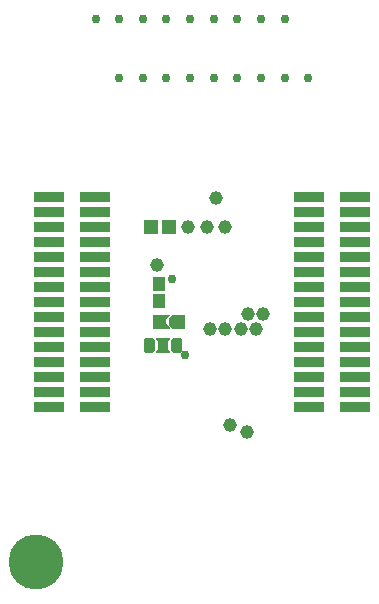
<source format=gbs>
G04*
G04 #@! TF.GenerationSoftware,Altium Limited,Altium Designer,21.0.8 (223)*
G04*
G04 Layer_Color=16711935*
%FSLAX25Y25*%
%MOIN*%
G70*
G04*
G04 #@! TF.SameCoordinates,33316FA8-22EC-4851-BF61-47935A3E7C20*
G04*
G04*
G04 #@! TF.FilePolarity,Negative*
G04*
G01*
G75*
%ADD54R,0.04724X0.04528*%
%ADD57R,0.04331X0.04528*%
%ADD58C,0.04528*%
%ADD78C,0.18307*%
%ADD79C,0.00591*%
%ADD80C,0.02953*%
%ADD93R,0.10039X0.03583*%
%ADD94R,0.01591X0.01591*%
G36*
X61052Y94329D02*
X61097Y94318D01*
X61140Y94300D01*
X61180Y94276D01*
X61215Y94246D01*
X61245Y94210D01*
X61269Y94171D01*
X61287Y94128D01*
X61298Y94083D01*
X61302Y94036D01*
Y89836D01*
X61298Y89790D01*
X61287Y89745D01*
X61269Y89702D01*
X61245Y89662D01*
X61215Y89627D01*
X61180Y89597D01*
X61140Y89573D01*
X61097Y89555D01*
X61052Y89544D01*
X61006Y89540D01*
X57406D01*
X57406Y89540D01*
X57359Y89544D01*
X57314Y89555D01*
X57284Y89567D01*
X57271Y89573D01*
X57231Y89597D01*
X57196Y89627D01*
X55996Y90827D01*
X55966Y90862D01*
X55942Y90902D01*
X55936Y90914D01*
X55924Y90945D01*
X55913Y90990D01*
X55909Y91036D01*
Y92836D01*
X55909Y92836D01*
X55913Y92883D01*
X55924Y92928D01*
X55936Y92958D01*
X55942Y92971D01*
X55966Y93010D01*
X55996Y93046D01*
X57196Y94246D01*
X57231Y94276D01*
X57271Y94300D01*
X57284Y94306D01*
X57314Y94318D01*
X57359Y94329D01*
X57406Y94333D01*
X61006D01*
X61052Y94329D01*
D02*
G37*
G36*
X56064Y94329D02*
X56110Y94318D01*
X56153Y94300D01*
X56192Y94276D01*
X56228Y94246D01*
X56258Y94210D01*
X56282Y94171D01*
X56300Y94128D01*
X56311Y94083D01*
X56314Y94036D01*
X56311Y93990D01*
X56300Y93945D01*
X56287Y93915D01*
X56282Y93902D01*
X56258Y93862D01*
X56228Y93827D01*
X55114Y92714D01*
Y91159D01*
X56228Y90046D01*
X56258Y90010D01*
X56282Y89971D01*
X56287Y89958D01*
X56300Y89928D01*
X56311Y89883D01*
X56314Y89836D01*
X56311Y89790D01*
X56300Y89745D01*
X56287Y89714D01*
X56282Y89702D01*
X56258Y89662D01*
X56228Y89627D01*
X56192Y89597D01*
X56153Y89573D01*
X56140Y89567D01*
X56110Y89555D01*
X56064Y89544D01*
X56018Y89540D01*
X50787Y89540D01*
X50741Y89544D01*
X50696Y89555D01*
X50653Y89573D01*
X50613Y89597D01*
X50578Y89627D01*
X50548Y89662D01*
X50524Y89702D01*
X50506Y89745D01*
X50495Y89790D01*
X50491Y89836D01*
Y94036D01*
X50495Y94083D01*
X50506Y94128D01*
X50524Y94171D01*
X50548Y94210D01*
X50578Y94246D01*
X50613Y94276D01*
X50653Y94300D01*
X50696Y94318D01*
X50741Y94329D01*
X50787Y94333D01*
X56018Y94333D01*
X56018Y94333D01*
X56064Y94329D01*
D02*
G37*
G36*
X59927Y86448D02*
X59973Y86437D01*
X60016Y86419D01*
X60055Y86395D01*
X60091Y86365D01*
X60121Y86329D01*
X60145Y86290D01*
X60163Y86247D01*
X60174Y86201D01*
X60177Y86155D01*
Y81955D01*
X60174Y81909D01*
X60163Y81864D01*
X60145Y81821D01*
X60121Y81781D01*
X60091Y81746D01*
X60055Y81716D01*
X60016Y81691D01*
X59973Y81673D01*
X59927Y81663D01*
X59881Y81659D01*
X57481D01*
X57435Y81663D01*
X57390Y81673D01*
X57359Y81686D01*
X57347Y81691D01*
X57307Y81716D01*
X57272Y81746D01*
X56672Y82346D01*
X56642Y82381D01*
X56617Y82421D01*
X56612Y82433D01*
X56599Y82464D01*
X56589Y82509D01*
X56585Y82555D01*
Y85555D01*
X56589Y85601D01*
X56599Y85647D01*
X56612Y85677D01*
X56617Y85690D01*
X56642Y85729D01*
X56672Y85765D01*
X57272Y86365D01*
X57307Y86395D01*
X57347Y86419D01*
X57359Y86424D01*
X57390Y86437D01*
X57435Y86448D01*
X57481Y86451D01*
X59881D01*
X59927Y86448D01*
D02*
G37*
G36*
X56140D02*
X56185Y86437D01*
X56216Y86424D01*
X56228Y86419D01*
X56268Y86395D01*
X56303Y86365D01*
X56333Y86329D01*
X56358Y86290D01*
X56363Y86277D01*
X56375Y86247D01*
X56386Y86201D01*
X56390Y86155D01*
X56386Y86109D01*
X56375Y86064D01*
X56363Y86033D01*
X56358Y86021D01*
X56333Y85981D01*
X56303Y85946D01*
X55790Y85432D01*
Y82678D01*
X56303Y82165D01*
X56333Y82129D01*
X56358Y82090D01*
X56363Y82077D01*
X56375Y82047D01*
X56386Y82001D01*
X56390Y81955D01*
X56386Y81909D01*
X56375Y81864D01*
X56363Y81833D01*
X56358Y81821D01*
X56333Y81781D01*
X56303Y81746D01*
X56268Y81716D01*
X56228Y81691D01*
X56216Y81686D01*
X56185Y81673D01*
X56140Y81663D01*
X56094Y81659D01*
X51894D01*
X51847Y81663D01*
X51802Y81673D01*
X51772Y81686D01*
X51759Y81691D01*
X51720Y81716D01*
X51684Y81746D01*
X51654Y81781D01*
X51630Y81821D01*
X51625Y81833D01*
X51612Y81864D01*
X51601Y81909D01*
X51597Y81955D01*
X51601Y82001D01*
X51612Y82047D01*
X51625Y82077D01*
X51630Y82090D01*
X51654Y82129D01*
X51684Y82165D01*
X52197Y82678D01*
Y85432D01*
X51684Y85946D01*
X51654Y85981D01*
X51630Y86021D01*
X51625Y86033D01*
X51612Y86064D01*
X51601Y86109D01*
X51597Y86155D01*
X51601Y86201D01*
X51612Y86247D01*
X51625Y86277D01*
X51630Y86290D01*
X51654Y86329D01*
X51684Y86365D01*
X51720Y86395D01*
X51759Y86419D01*
X51772Y86424D01*
X51802Y86437D01*
X51847Y86448D01*
X51894Y86451D01*
X56094D01*
X56140Y86448D01*
D02*
G37*
G36*
X50553D02*
X50598Y86437D01*
X50628Y86424D01*
X50641Y86419D01*
X50680Y86395D01*
X50716Y86365D01*
X51316Y85765D01*
X51346Y85729D01*
X51370Y85690D01*
X51375Y85677D01*
X51388Y85647D01*
X51399Y85601D01*
X51402Y85555D01*
Y82555D01*
X51399Y82509D01*
X51388Y82464D01*
X51375Y82433D01*
X51370Y82421D01*
X51346Y82381D01*
X51316Y82346D01*
X50716Y81746D01*
X50680Y81716D01*
X50641Y81691D01*
X50628Y81686D01*
X50598Y81673D01*
X50553Y81663D01*
X50506Y81659D01*
X48106D01*
X48060Y81663D01*
X48015Y81673D01*
X47972Y81691D01*
X47932Y81716D01*
X47897Y81746D01*
X47867Y81781D01*
X47842Y81821D01*
X47825Y81864D01*
X47814Y81909D01*
X47810Y81955D01*
Y86155D01*
X47814Y86201D01*
X47825Y86247D01*
X47842Y86290D01*
X47867Y86329D01*
X47897Y86365D01*
X47932Y86395D01*
X47972Y86419D01*
X48015Y86437D01*
X48060Y86448D01*
X48106Y86451D01*
X50506D01*
X50553Y86448D01*
D02*
G37*
D54*
X55849Y123622D02*
D03*
X49944D02*
D03*
D57*
X52661Y104440D02*
D03*
Y98731D02*
D03*
D58*
X76378Y57480D02*
D03*
X85003Y89570D02*
D03*
X87402Y94499D02*
D03*
X82174D02*
D03*
X80074Y89570D02*
D03*
X69574D02*
D03*
X62205Y123622D02*
D03*
X74803D02*
D03*
X51968Y111024D02*
D03*
X74774Y89570D02*
D03*
X68504Y123622D02*
D03*
X71653Y133071D02*
D03*
X81890Y55118D02*
D03*
D78*
X11811Y11811D02*
D03*
D79*
Y153543D02*
D03*
X122047D02*
D03*
D80*
X31496Y192913D02*
D03*
X39370D02*
D03*
X47244D02*
D03*
X55118D02*
D03*
X62992D02*
D03*
X70866D02*
D03*
X78740D02*
D03*
X86614D02*
D03*
X94488D02*
D03*
X102362Y173228D02*
D03*
X94488D02*
D03*
X86614D02*
D03*
X78740D02*
D03*
X70866D02*
D03*
X62992D02*
D03*
X55118D02*
D03*
X47244D02*
D03*
X39370D02*
D03*
X57087Y106299D02*
D03*
X61282Y80844D02*
D03*
D93*
X117913Y133425D02*
D03*
X102559D02*
D03*
X117913Y128425D02*
D03*
X102559D02*
D03*
X117913Y123425D02*
D03*
X102559D02*
D03*
X117913Y118425D02*
D03*
X102559D02*
D03*
X117913Y113425D02*
D03*
X102559D02*
D03*
X117913Y108425D02*
D03*
X102559D02*
D03*
X117913Y103425D02*
D03*
X102559D02*
D03*
X117913Y98425D02*
D03*
X102559D02*
D03*
X117913Y93425D02*
D03*
X102559D02*
D03*
X117913Y88425D02*
D03*
X102559D02*
D03*
X117913Y83425D02*
D03*
X102559D02*
D03*
X117913Y78425D02*
D03*
X102559D02*
D03*
X117913Y73425D02*
D03*
X102559D02*
D03*
X117913Y68425D02*
D03*
X102559D02*
D03*
X117913Y63425D02*
D03*
X102559D02*
D03*
X31299Y133425D02*
D03*
X15945D02*
D03*
X31299Y128425D02*
D03*
X15945D02*
D03*
X31299Y123425D02*
D03*
X15945D02*
D03*
X31299Y118425D02*
D03*
X15945D02*
D03*
X31299Y113425D02*
D03*
X15945D02*
D03*
X31299Y108425D02*
D03*
X15945D02*
D03*
X31299Y103425D02*
D03*
X15945D02*
D03*
X31299Y98425D02*
D03*
X15945D02*
D03*
X31299Y93425D02*
D03*
X15945D02*
D03*
X31299Y88425D02*
D03*
X15945D02*
D03*
X31299Y83425D02*
D03*
X15945D02*
D03*
X31299Y78425D02*
D03*
X15945D02*
D03*
X31299Y73425D02*
D03*
X15945D02*
D03*
X31299Y68425D02*
D03*
X15945D02*
D03*
X31299Y63425D02*
D03*
X15945D02*
D03*
D94*
X58906Y91936D02*
D03*
X52418D02*
D03*
X58381Y84055D02*
D03*
X49606D02*
D03*
X53994D02*
D03*
M02*

</source>
